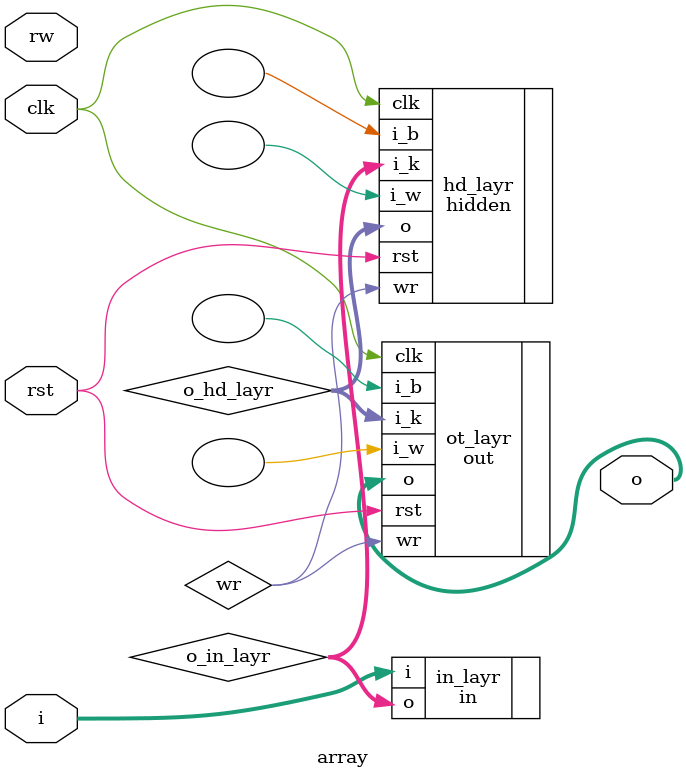
<source format=v>

module array(clk, rst, rw, i, o);

// parameters
parameter N_IN = 40;
parameter N_OUT = 8;
parameter N_HL = 1;
parameter N_HL_P = 40;
parameter WIDTH = 32;

// common ports
input clk, rst;

// control ports
input rw;

// input ports
input signed [N_IN*WIDTH-1:0] i;

// output ports
output signed [N_OUT*WIDTH-1:0] o;

// wires
wire signed [N_IN*WIDTH-1:0] o_in_layr;
wire signed [N_HL_P*WIDTH-1:0] o_hd_layr;

// input layer, have N_IN input
in #(.NUM(N_IN), .WIDTH(WIDTH)) in_layr (.i(i), .o(o_in_layr));

// hidden layer, with N_IN number of inputs, and N_HL_P perceptrons
hidden #(.NUM_INPUT(N_IN), .NUM_PCTN(N_HL_P), .WIDTH(WIDTH)) hd_layr (
	.clk(clk),
	.rst(rst),
	.wr(wr),
	.i_k(o_in_layr),
	.i_w(),
	.i_b(),
	.o(o_hd_layr)
); 

// output layer, with N_HL_P number of inputs, and N_OUT perceptrons
out #(.NUM_INPUT(N_HL_P), .NUM_PCTN(N_OUT), .WIDTH(WIDTH)) ot_layr (
	.clk(clk),
	.rst(rst),
	.wr(wr),
	.i_k(o_hd_layr),
	.i_w(),
	.i_b(),
	.o(o)
);

endmodule
</source>
